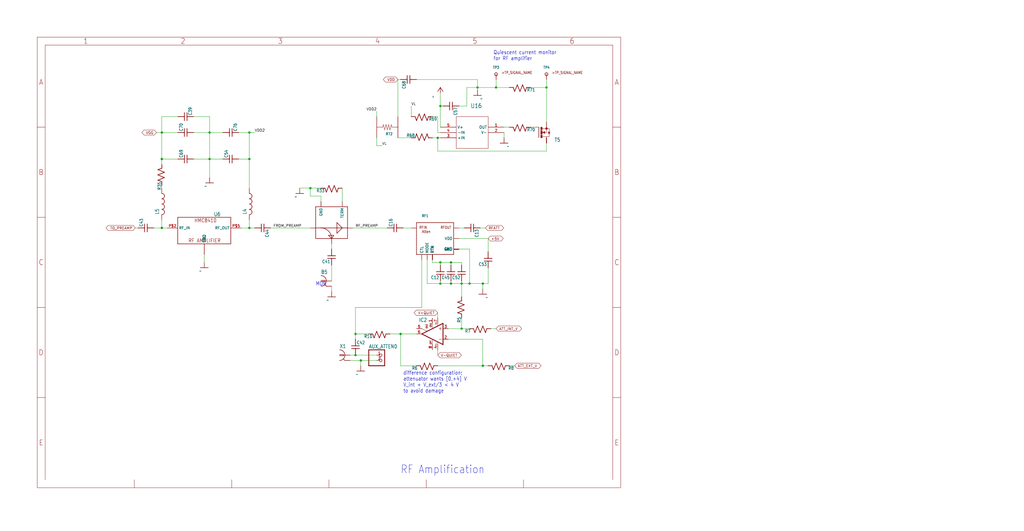
<source format=kicad_sch>
(kicad_sch (version 20211123) (generator eeschema)
  (paper "User" 490.22 254.406)
  (lib_symbols
    (symbol "aom_simple-eagle-import:+5V" (power)
      (property "Value" "+5V" (at -2.54 -5.08 90))
      (symbol "+5V_1_0"
        (polyline (pts (xy 0 0) (xy -1.27 -1.905)) (stroke (width 0.254)))
        (polyline (pts (xy 1.27 -1.905) (xy 0 0)) (stroke (width 0.254)))
        (pin power_in line (at 0 -2.54 90) (length 2.54) (name "+5V") (number "1"))
      )
    )
    (symbol "aom_simple-eagle-import:0402DF-XX"
      (property "Reference" "L" (at -1.27 -5.08 90))
      (property "Value" "0402DF-XX" (at 3.81 -5.08 90))
      (symbol "0402DF-XX_1_0"
        (arc (start 0 -5.08) (mid 0.898 -4.708) (end 1.27 -3.81) (stroke (width 0.254)))
        (arc (start 0 -2.54) (mid 0.898 -2.168) (end 1.27 -1.27) (stroke (width 0.254)))
        (arc (start 0 0) (mid 0.898 0.372) (end 1.27 1.27) (stroke (width 0.254)))
        (arc (start 0 2.54) (mid 0.898 2.912) (end 1.27 3.81) (stroke (width 0.254)))
        (arc (start 1.27 -3.81) (mid 0.898 -2.912) (end 0 -2.54) (stroke (width 0.254)))
        (arc (start 1.27 -1.27) (mid 0.898 -0.372) (end 0 0) (stroke (width 0.254)))
        (arc (start 1.27 1.27) (mid 0.898 2.168) (end 0 2.54) (stroke (width 0.254)))
        (arc (start 1.27 3.81) (mid 0.898 4.708) (end 0 5.08) (stroke (width 0.254)))
        (pin passive line (at 0 7.62 270) (length 2.54) (name "1") (number "1"))
        (pin passive line (at 0 -7.62 90) (length 2.54) (name "2") (number "2"))
      )
    )
    (symbol "aom_simple-eagle-import:5019"
      (property "Reference" "TP" (at 0 2.54 0))
      (symbol "5019_1_0"
        (circle (center 0 0) (radius 0.7184) (stroke (width 0.254)))
        (text ">TP_SIGNAL_NAME" (at 2.54 0 0) (effects (font (size 1.27 1.0795)) (justify left bottom)))
        (pin passive line (at 0 -2.54 90) (length 2.54) (name "TP") (number "P$1"))
      )
    )
    (symbol "aom_simple-eagle-import:ADC-10-4"
      (symbol "ADC-10-4_1_0"
        (arc (start 0 -5.08) (mid -1.4879 -1.4879) (end -5.08 0) (stroke (width 0.254)))
        (polyline (pts (xy -7.62 -5.08) (xy -7.62 0)) (stroke (width 0.254)))
        (polyline (pts (xy -7.62 0) (xy -7.62 10.16)) (stroke (width 0.254)))
        (polyline (pts (xy -7.62 0) (xy -5.08 0)) (stroke (width 0.254)))
        (polyline (pts (xy -7.62 10.16) (xy 7.62 10.16)) (stroke (width 0.254)))
        (polyline (pts (xy -5.08 0) (xy 5.08 0)) (stroke (width 0.254)))
        (polyline (pts (xy -1.524 -3.556) (xy 1.016 -3.556)) (stroke (width 0.254)))
        (polyline (pts (xy 0 -5.08) (xy -7.62 -5.08)) (stroke (width 0.254)))
        (polyline (pts (xy 0 -5.08) (xy -1.524 -3.556)) (stroke (width 0.254)))
        (polyline (pts (xy 1.016 -3.556) (xy 0 -5.08)) (stroke (width 0.254)))
        (polyline (pts (xy 2.54 -2.54) (xy 2.54 2.54)) (stroke (width 0.254)))
        (polyline (pts (xy 2.54 2.54) (xy 5.08 0)) (stroke (width 0.254)))
        (polyline (pts (xy 5.08 0) (xy 2.54 -2.54)) (stroke (width 0.254)))
        (polyline (pts (xy 5.08 0) (xy 7.62 0)) (stroke (width 0.254)))
        (polyline (pts (xy 7.62 -5.08) (xy 0 -5.08)) (stroke (width 0.254)))
        (polyline (pts (xy 7.62 0) (xy 7.62 -5.08)) (stroke (width 0.254)))
        (polyline (pts (xy 7.62 10.16) (xy 7.62 0)) (stroke (width 0.254)))
        (pin bidirectional line (at -10.16 0 0) (length 2.54) (name "IN") (number "P1"))
        (pin bidirectional line (at -5.08 12.7 270) (length 2.54) (name "GND") (number "P2"))
        (pin bidirectional line (at 0 -7.62 90) (length 2.54) (name "COUP") (number "P3"))
        (pin bidirectional line (at 5.08 12.7 270) (length 2.54) (name "TERM") (number "P4"))
        (pin bidirectional line (at 10.16 0 180) (length 2.54) (name "OUT") (number "P6"))
      )
    )
    (symbol "aom_simple-eagle-import:BNC-V"
      (property "Reference" "X" (at -2.54 3.302 0))
      (symbol "BNC-V_1_0"
        (arc (start -2.54 -2.54) (mid 0 0) (end -2.54 2.54) (stroke (width 0.254)))
        (polyline (pts (xy -2.54 0.254) (xy -0.762 0.254)) (stroke (width 0.254)))
        (polyline (pts (xy -0.762 -0.254) (xy -2.54 -0.254)) (stroke (width 0.254)))
        (polyline (pts (xy -0.762 0.254) (xy -0.508 0)) (stroke (width 0.254)))
        (polyline (pts (xy -0.508 0) (xy -0.762 -0.254)) (stroke (width 0.254)))
        (polyline (pts (xy 0 -2.54) (xy -0.762 -1.778)) (stroke (width 0.254)))
        (polyline (pts (xy 0 0) (xy -0.508 0)) (stroke (width 0.1524)))
        (pin passive line (at 2.54 0 180) (length 2.54) (name "1") (number "1"))
        (pin passive line (at 2.54 -2.54 180) (length 2.54) (name "2") (number "2"))
      )
    )
    (symbol "aom_simple-eagle-import:BSP89"
      (property "Reference" "T" (at 6.35 2.54 0))
      (property "Value" "BSP89" (at 6.35 0 0))
      (symbol "BSP89_1_0"
        (rectangle (start -0.254 -2.54) (end 0.508 -1.27) (fill (type outline)))
        (rectangle (start -0.254 -0.889) (end 0.508 0.889) (fill (type outline)))
        (rectangle (start -0.254 1.27) (end 0.508 2.54) (fill (type outline)))
        (polyline (pts (xy -1.1176 -2.54) (xy -2.54 -2.54)) (stroke (width 0.1524)))
        (polyline (pts (xy -1.1176 2.413) (xy -1.1176 -2.54)) (stroke (width 0.254)))
        (polyline (pts (xy 0.508 -1.905) (xy 2.54 -1.905)) (stroke (width 0.1524)))
        (polyline (pts (xy 1.651 0) (xy 2.54 0)) (stroke (width 0.1524)))
        (polyline (pts (xy 2.54 -1.905) (xy 2.54 -2.54)) (stroke (width 0.1524)))
        (polyline (pts (xy 2.54 0) (xy 2.54 -1.905)) (stroke (width 0.1524)))
        (polyline (pts (xy 2.54 1.905) (xy 0.5334 1.905)) (stroke (width 0.1524)))
        (polyline (pts (xy 2.54 2.54) (xy 2.54 1.905)) (stroke (width 0.1524)))
        (polyline (pts (xy 3.302 0.508) (xy 3.81 0.508)) (stroke (width 0.1524)))
        (polyline (pts (xy 3.81 -1.905) (xy 2.54 -1.905)) (stroke (width 0.1524)))
        (polyline (pts (xy 3.81 -1.905) (xy 3.81 -0.127)) (stroke (width 0.1524)))
        (polyline (pts (xy 3.81 0.508) (xy 3.81 1.905)) (stroke (width 0.1524)))
        (polyline (pts (xy 3.81 0.508) (xy 4.318 0.508)) (stroke (width 0.1524)))
        (polyline (pts (xy 3.81 1.905) (xy 2.54 1.905)) (stroke (width 0.1524)))
        (polyline (pts (xy 0.508 0) (xy 1.778 -0.508) (xy 1.778 0.508)) (fill (type outline)))
        (polyline (pts (xy 3.81 0.508) (xy 3.302 -0.254) (xy 4.318 -0.254)) (fill (type outline)))
        (circle (center 2.54 -1.905) (radius 0.127) (stroke (width 0.4064)))
        (pin passive line (at -2.54 -2.54 0) (length 0) (name "G") (number "1"))
        (pin passive line (at 2.54 5.08 270) (length 2.54) (name "D") (number "2"))
        (pin passive line (at 2.54 -5.08 90) (length 2.54) (name "S") (number "3"))
        (pin passive line (at 2.54 5.08 270) (length 2.54) (name "D") (number "4"))
      )
    )
    (symbol "aom_simple-eagle-import:C_MLCC_SMDCMLCC_0402"
      (property "Reference" "C" (at 0.5715 0.0635 0))
      (property "Value" "C_MLCC_SMDCMLCC_0402" (at 0.5715 -4.3815 0))
      (symbol "C_MLCC_SMDCMLCC_0402_1_0"
        (polyline (pts (xy -1.905 -1.905) (xy 0 -1.905)) (stroke (width 0.3048)))
        (polyline (pts (xy 0 -1.905) (xy 0 -5.08)) (stroke (width 0.3048)))
        (polyline (pts (xy 0 -1.905) (xy 1.905 -1.905)) (stroke (width 0.3048)))
        (polyline (pts (xy 0 -0.635) (xy -1.905 -0.635)) (stroke (width 0.3048)))
        (polyline (pts (xy 0 -0.635) (xy 0 2.54)) (stroke (width 0.3048)))
        (polyline (pts (xy 1.905 -0.635) (xy 0 -0.635)) (stroke (width 0.3048)))
        (pin passive line (at 0 2.54 270) (length 0) (name "1") (number "P$1"))
        (pin passive line (at 0 -5.08 90) (length 0) (name "2") (number "P$2"))
      )
    )
    (symbol "aom_simple-eagle-import:C_MLCC_SMDCMLCC_0603"
      (property "Reference" "C" (at 0.5715 0.0635 0))
      (property "Value" "C_MLCC_SMDCMLCC_0603" (at 0.5715 -4.3815 0))
      (symbol "C_MLCC_SMDCMLCC_0603_1_0"
        (polyline (pts (xy -1.905 -1.905) (xy 0 -1.905)) (stroke (width 0.3048)))
        (polyline (pts (xy 0 -1.905) (xy 0 -5.08)) (stroke (width 0.3048)))
        (polyline (pts (xy 0 -1.905) (xy 1.905 -1.905)) (stroke (width 0.3048)))
        (polyline (pts (xy 0 -0.635) (xy -1.905 -0.635)) (stroke (width 0.3048)))
        (polyline (pts (xy 0 -0.635) (xy 0 2.54)) (stroke (width 0.3048)))
        (polyline (pts (xy 1.905 -0.635) (xy 0 -0.635)) (stroke (width 0.3048)))
        (pin passive line (at 0 2.54 270) (length 0) (name "1") (number "P$1"))
        (pin passive line (at 0 -5.08 90) (length 0) (name "2") (number "P$2"))
      )
    )
    (symbol "aom_simple-eagle-import:C_MLCC_SMDCMLCC_1210"
      (property "Reference" "C" (at 0.5715 0.0635 0))
      (property "Value" "C_MLCC_SMDCMLCC_1210" (at 0.5715 -4.3815 0))
      (symbol "C_MLCC_SMDCMLCC_1210_1_0"
        (polyline (pts (xy -1.905 -1.905) (xy 0 -1.905)) (stroke (width 0.3048)))
        (polyline (pts (xy 0 -1.905) (xy 0 -5.08)) (stroke (width 0.3048)))
        (polyline (pts (xy 0 -1.905) (xy 1.905 -1.905)) (stroke (width 0.3048)))
        (polyline (pts (xy 0 -0.635) (xy -1.905 -0.635)) (stroke (width 0.3048)))
        (polyline (pts (xy 0 -0.635) (xy 0 2.54)) (stroke (width 0.3048)))
        (polyline (pts (xy 1.905 -0.635) (xy 0 -0.635)) (stroke (width 0.3048)))
        (pin passive line (at 0 2.54 270) (length 0) (name "1") (number "P$1"))
        (pin passive line (at 0 -5.08 90) (length 0) (name "2") (number "P$2"))
      )
    )
    (symbol "aom_simple-eagle-import:F2255"
      (property "Reference" "RF" (at -5.08 10.16 0))
      (property "Value" "F2255" (at -5.08 7.62 0))
      (symbol "F2255_1_0"
        (polyline (pts (xy -7.62 -7.62) (xy -7.62 7.62)) (stroke (width 0.254)))
        (polyline (pts (xy -7.62 7.62) (xy 10.16 7.62)) (stroke (width 0.254)))
        (polyline (pts (xy 10.16 -7.62) (xy -7.62 -7.62)) (stroke (width 0.254)))
        (polyline (pts (xy 10.16 7.62) (xy 10.16 -7.62)) (stroke (width 0.254)))
        (text "Atten" (at -5.08 2.54 0) (effects (font (size 1.27 1.0795)) (justify left bottom)))
        (text "RFIN" (at -6.35 4.572 0) (effects (font (size 1.27 1.0795)) (justify left bottom)))
        (text "RFOUT" (at 3.81 4.572 0) (effects (font (size 1.27 1.0795)) (justify left bottom)))
        (pin bidirectional line (at 12.7 -5.08 180) (length 2.54) (name "GND") (number "1"))
        (pin bidirectional line (at 12.7 5.08 180) (length 2.54) (name "RFOUT") (number "10"))
        (pin bidirectional line (at 12.7 -5.08 180) (length 2.54) (name "GND") (number "11"))
        (pin bidirectional line (at 12.7 -5.08 180) (length 2.54) (name "GND") (number "12"))
        (pin bidirectional line (at 12.7 -5.08 180) (length 2.54) (name "GND") (number "13"))
        (pin bidirectional line (at -5.08 -10.16 90) (length 2.54) (name "CTL") (number "14"))
        (pin bidirectional line (at 12.7 0 180) (length 2.54) (name "VDD") (number "15"))
        (pin bidirectional line (at -2.54 -10.16 90) (length 2.54) (name "MODE") (number "16"))
        (pin bidirectional line (at 12.7 -5.08 180) (length 2.54) (name "GND") (number "17"))
        (pin bidirectional line (at 12.7 -5.08 180) (length 2.54) (name "GND") (number "18"))
        (pin bidirectional line (at 12.7 -5.08 180) (length 2.54) (name "GND") (number "19"))
        (pin bidirectional line (at 12.7 -5.08 180) (length 2.54) (name "GND") (number "2"))
        (pin bidirectional line (at 12.7 -5.08 180) (length 2.54) (name "GND") (number "20"))
        (pin bidirectional line (at 12.7 -5.08 180) (length 2.54) (name "GND") (number "21"))
        (pin bidirectional line (at -10.16 5.08 0) (length 2.54) (name "RFIN") (number "3"))
        (pin bidirectional line (at 12.7 -5.08 180) (length 2.54) (name "GND") (number "4"))
        (pin bidirectional line (at 0 -10.16 90) (length 2.54) (name "RTN") (number "5"))
        (pin bidirectional line (at 0 -10.16 90) (length 2.54) (name "RTN") (number "6"))
        (pin bidirectional line (at 12.7 -5.08 180) (length 2.54) (name "GND") (number "7"))
        (pin bidirectional line (at 0 -10.16 90) (length 2.54) (name "RTN") (number "8"))
        (pin bidirectional line (at 12.7 -5.08 180) (length 2.54) (name "GND") (number "9"))
      )
    )
    (symbol "aom_simple-eagle-import:FRAME_A_L"
      (symbol "FRAME_A_L_0_0"
        (polyline (pts (xy 0 43.18) (xy 3.81 43.18)))
        (polyline (pts (xy 0 86.36) (xy 3.81 86.36)))
        (polyline (pts (xy 0 129.54) (xy 3.81 129.54)))
        (polyline (pts (xy 0 172.72) (xy 3.81 172.72)))
        (polyline (pts (xy 3.81 3.81) (xy 3.81 212.09)))
        (polyline (pts (xy 46.5667 0) (xy 46.5667 3.81)))
        (polyline (pts (xy 93.1333 0) (xy 93.1333 3.81)))
        (polyline (pts (xy 139.7 0) (xy 139.7 3.81)))
        (polyline (pts (xy 186.2667 0) (xy 186.2667 3.81)))
        (polyline (pts (xy 232.8333 0) (xy 232.8333 3.81)))
        (polyline (pts (xy 275.59 3.81) (xy 275.59 212.09)))
        (polyline (pts (xy 275.59 43.18) (xy 279.4 43.18)))
        (polyline (pts (xy 275.59 86.36) (xy 279.4 86.36)))
        (polyline (pts (xy 275.59 129.54) (xy 279.4 129.54)))
        (polyline (pts (xy 275.59 172.72) (xy 279.4 172.72)))
        (polyline (pts (xy 275.59 212.09) (xy 3.81 212.09)))
        (polyline (pts (xy 0 0) (xy 279.4 0) (xy 279.4 215.9) (xy 0 215.9) (xy 0 0)))
        (text "1" (at 23.2833 213.995 0) (effects (font (size 2.54 2.286))))
        (text "2" (at 69.85 213.995 0) (effects (font (size 2.54 2.286))))
        (text "3" (at 116.4167 213.995 0) (effects (font (size 2.54 2.286))))
        (text "4" (at 162.9833 213.995 0) (effects (font (size 2.54 2.286))))
        (text "5" (at 209.55 213.995 0) (effects (font (size 2.54 2.286))))
        (text "6" (at 256.1167 213.995 0) (effects (font (size 2.54 2.286))))
        (text "A" (at 1.905 194.31 0) (effects (font (size 2.54 2.286))))
        (text "A" (at 277.495 194.31 0) (effects (font (size 2.54 2.286))))
        (text "B" (at 1.905 151.13 0) (effects (font (size 2.54 2.286))))
        (text "B" (at 277.495 151.13 0) (effects (font (size 2.54 2.286))))
        (text "C" (at 1.905 107.95 0) (effects (font (size 2.54 2.286))))
        (text "C" (at 277.495 107.95 0) (effects (font (size 2.54 2.286))))
        (text "D" (at 1.905 64.77 0) (effects (font (size 2.54 2.286))))
        (text "D" (at 277.495 64.77 0) (effects (font (size 2.54 2.286))))
        (text "E" (at 1.905 21.59 0) (effects (font (size 2.54 2.286))))
        (text "E" (at 277.495 21.59 0) (effects (font (size 2.54 2.286))))
      )
      (symbol "FRAME_A_L_2_0"
        (polyline (pts (xy 0 0) (xy 0 5.08)) (stroke (width 0.1016)))
        (polyline (pts (xy 0 0) (xy 71.12 0)) (stroke (width 0.1016)))
        (polyline (pts (xy 0 5.08) (xy 0 15.24)) (stroke (width 0.1016)))
        (polyline (pts (xy 0 5.08) (xy 71.12 5.08)) (stroke (width 0.1016)))
        (polyline (pts (xy 0 15.24) (xy 0 22.86)) (stroke (width 0.1016)))
        (polyline (pts (xy 0 22.86) (xy 0 35.56)) (stroke (width 0.1016)))
        (polyline (pts (xy 0 22.86) (xy 101.6 22.86)) (stroke (width 0.1016)))
        (polyline (pts (xy 71.12 0) (xy 101.6 0)) (stroke (width 0.1016)))
        (polyline (pts (xy 71.12 5.08) (xy 71.12 0)) (stroke (width 0.1016)))
        (polyline (pts (xy 71.12 5.08) (xy 87.63 5.08)) (stroke (width 0.1016)))
        (polyline (pts (xy 87.63 5.08) (xy 101.6 5.08)) (stroke (width 0.1016)))
        (polyline (pts (xy 87.63 15.24) (xy 0 15.24)) (stroke (width 0.1016)))
        (polyline (pts (xy 87.63 15.24) (xy 87.63 5.08)) (stroke (width 0.1016)))
        (polyline (pts (xy 101.6 5.08) (xy 101.6 0)) (stroke (width 0.1016)))
        (polyline (pts (xy 101.6 15.24) (xy 87.63 15.24)) (stroke (width 0.1016)))
        (polyline (pts (xy 101.6 15.24) (xy 101.6 5.08)) (stroke (width 0.1016)))
        (polyline (pts (xy 101.6 22.86) (xy 101.6 15.24)) (stroke (width 0.1016)))
        (polyline (pts (xy 101.6 35.56) (xy 0 35.56)) (stroke (width 0.1016)))
        (polyline (pts (xy 101.6 35.56) (xy 101.6 22.86)) (stroke (width 0.1016)))
        (text ">DRAWING_NAME" (at 17.78 19.05 0) (effects (font (size 2.54 2.159)) (justify left bottom)))
        (text ">LAST_DATE_TIME" (at 12.7 1.27 0) (effects (font (size 2.54 2.159)) (justify left bottom)))
        (text ">SHEET" (at 86.36 1.27 0) (effects (font (size 2.54 2.159)) (justify left bottom)))
        (text "Date:" (at 1.27 1.27 0) (effects (font (size 2.54 2.159)) (justify left bottom)))
        (text "Document Number:" (at 1.27 11.43 0) (effects (font (size 2.54 2.159)) (justify left bottom)))
        (text "REV:" (at 88.9 11.43 0) (effects (font (size 2.54 2.159)) (justify left bottom)))
        (text "Sheet:" (at 72.39 1.27 0) (effects (font (size 2.54 2.159)) (justify left bottom)))
        (text "TITLE:" (at 1.27 19.05 0) (effects (font (size 2.54 2.159)) (justify left bottom)))
      )
    )
    (symbol "aom_simple-eagle-import:GND" (power)
      (property "Value" "GND" (at -2.54 -2.54 0))
      (symbol "GND_1_0"
        (polyline (pts (xy -1.905 0) (xy 1.905 0)) (stroke (width 0.254)))
        (pin power_in line (at 0 2.54 270) (length 2.54) (name "GND") (number "1"))
      )
    )
    (symbol "aom_simple-eagle-import:HMC8410"
      (property "Reference" "U" (at 4.572 5.588 0))
      (symbol "HMC8410_1_0"
        (polyline (pts (xy -12.7 -7.62) (xy -12.7 5.08)) (stroke (width 0.254)))
        (polyline (pts (xy -12.7 5.08) (xy 12.7 5.08)) (stroke (width 0.254)))
        (polyline (pts (xy 12.7 -7.62) (xy -12.7 -7.62)) (stroke (width 0.254)))
        (polyline (pts (xy 12.7 5.08) (xy 12.7 -7.62)) (stroke (width 0.254)))
        (text "HMC8410" (at -4.826 2.54 0) (effects (font (size 1.778 1.5113)) (justify left bottom)))
        (text "RF AMPLIFIER" (at -7.62 -7.112 0) (effects (font (size 1.778 1.5113)) (justify left bottom)))
        (pin bidirectional line (at 0 -12.7 90) (length 5.08) (name "GND") (number "P$1"))
        (pin bidirectional line (at -17.78 0 0) (length 5.08) (name "RF_IN") (number "P$2"))
        (pin bidirectional line (at 0 -12.7 90) (length 5.08) (name "GND") (number "P$3"))
        (pin bidirectional line (at 0 -12.7 90) (length 5.08) (name "GND") (number "P$4"))
        (pin bidirectional line (at 17.78 0 180) (length 5.08) (name "RF_OUT") (number "P$5"))
        (pin bidirectional line (at 0 -12.7 90) (length 5.08) (name "GND") (number "P$6"))
        (pin bidirectional line (at 0 -12.7 90) (length 5.08) (name "GND") (number "P$7"))
      )
    )
    (symbol "aom_simple-eagle-import:LT6015HS5"
      (property "Reference" "U" (at -4.7244 11.6586 0))
      (property "Value" "LT6015HS5" (at -5.3594 9.1186 0))
      (symbol "LT6015HS5_1_0"
        (polyline (pts (xy -7.62 -7.62) (xy 7.62 -7.62)) (stroke (width 0.1524)))
        (polyline (pts (xy -7.62 7.62) (xy -7.62 -7.62)) (stroke (width 0.1524)))
        (polyline (pts (xy 7.62 -7.62) (xy 7.62 7.62)) (stroke (width 0.1524)))
        (polyline (pts (xy 7.62 7.62) (xy -7.62 7.62)) (stroke (width 0.1524)))
        (pin output line (at -15.24 2.54 0) (length 7.62) (name "OUT") (number "1"))
        (pin power_in line (at -15.24 0 0) (length 7.62) (name "V-") (number "2"))
        (pin input line (at 15.24 -2.54 180) (length 7.62) (name "+IN") (number "3"))
        (pin input line (at 15.24 0 180) (length 7.62) (name "-IN") (number "4"))
        (pin power_in line (at 15.24 2.54 180) (length 7.62) (name "V+") (number "5"))
      )
    )
    (symbol "aom_simple-eagle-import:OPAMP-SO"
      (property "Reference" "IC" (at 5.08 5.715 0))
      (property "Value" "OPAMP-SO" (at 5.08 -5.08 0))
      (symbol "OPAMP-SO_1_0"
        (polyline (pts (xy -2.54 -5.08) (xy 7.62 0)) (stroke (width 0.4064)))
        (polyline (pts (xy -2.54 5.08) (xy -2.54 -5.08)) (stroke (width 0.4064)))
        (polyline (pts (xy -1.905 -2.54) (xy -0.635 -2.54)) (stroke (width 0.1524)))
        (polyline (pts (xy -1.905 2.54) (xy -0.635 2.54)) (stroke (width 0.1524)))
        (polyline (pts (xy -1.27 3.175) (xy -1.27 1.905)) (stroke (width 0.1524)))
        (polyline (pts (xy 0 -3.9116) (xy 0 -5.08)) (stroke (width 0.1524)))
        (polyline (pts (xy 0 5.08) (xy 0 3.8862)) (stroke (width 0.1524)))
        (polyline (pts (xy 2.54 -2.6162) (xy 2.54 -5.08)) (stroke (width 0.1524)))
        (polyline (pts (xy 2.54 5.0546) (xy 2.54 2.6162)) (stroke (width 0.1524)))
        (polyline (pts (xy 7.62 0) (xy -2.54 5.08)) (stroke (width 0.4064)))
        (polyline (pts (xy 7.62 2.54) (xy 5.1562 1.3208)) (stroke (width 0.1524)))
        (text "ON1" (at 3.81 3.175 900) (effects (font (size 0.8128 0.6908)) (justify left bottom)))
        (text "ON2" (at 5.715 2.54 900) (effects (font (size 0.8128 0.6908)) (justify left bottom)))
        (text "OPT" (at 3.81 -5.08 900) (effects (font (size 0.8128 0.6908)) (justify left bottom)))
        (text "V+" (at 1.27 4.445 900) (effects (font (size 0.8128 0.6908)) (justify left bottom)))
        (text "V-" (at 1.27 -5.715 900) (effects (font (size 0.8128 0.6908)) (justify left bottom)))
        (pin passive line (at 2.54 7.62 270) (length 2.54) (name "ON1") (number "1"))
        (pin input line (at -5.08 -2.54 0) (length 2.54) (name "-IN") (number "2"))
        (pin input line (at -5.08 2.54 0) (length 2.54) (name "+IN") (number "3"))
        (pin power_in line (at 0 -7.62 90) (length 2.54) (name "V-") (number "4"))
        (pin passive line (at 10.16 2.54 180) (length 2.54) (name "ON2") (number "5"))
        (pin output line (at 10.16 0 180) (length 2.54) (name "OUT") (number "6"))
        (pin power_in line (at 0 7.62 270) (length 2.54) (name "V+") (number "7"))
        (pin passive line (at 2.54 -7.62 90) (length 2.54) (name "OPT") (number "8"))
      )
    )
    (symbol "aom_simple-eagle-import:PINHD-1X2"
      (property "Reference" "JP" (at -6.35 5.715 0))
      (property "Value" "PINHD-1X2" (at -6.35 -5.08 0))
      (symbol "PINHD-1X2_1_0"
        (polyline (pts (xy -6.35 -2.54) (xy 1.27 -2.54)) (stroke (width 0.4064)))
        (polyline (pts (xy -6.35 5.08) (xy -6.35 -2.54)) (stroke (width 0.4064)))
        (polyline (pts (xy 1.27 -2.54) (xy 1.27 5.08)) (stroke (width 0.4064)))
        (polyline (pts (xy 1.27 5.08) (xy -6.35 5.08)) (stroke (width 0.4064)))
        (pin passive inverted (at -2.54 2.54 0) (length 2.54) (name "1") (number "1"))
        (pin passive inverted (at -2.54 0 0) (length 2.54) (name "2") (number "2"))
      )
    )
    (symbol "aom_simple-eagle-import:RES_KELVIN"
      (property "Reference" "R" (at -2.54 2.54 0))
      (property "Value" "RES_KELVIN" (at -2.54 -3.81 0))
      (symbol "RES_KELVIN_1_0"
        (polyline (pts (xy -2.2225 0) (xy -5.08 0)) (stroke (width 0.1524)))
        (polyline (pts (xy -1.905 -1.27) (xy -2.2225 0)) (stroke (width 0.1524)))
        (polyline (pts (xy -1.905 -1.27) (xy -1.27 1.27)) (stroke (width 0.1524)))
        (polyline (pts (xy -0.635 -1.27) (xy -1.27 1.27)) (stroke (width 0.1524)))
        (polyline (pts (xy -0.635 -1.27) (xy 0 1.27)) (stroke (width 0.1524)))
        (polyline (pts (xy 0 1.27) (xy 0.635 -1.27)) (stroke (width 0.1524)))
        (polyline (pts (xy 0.635 -1.27) (xy 1.27 1.27)) (stroke (width 0.1524)))
        (polyline (pts (xy 1.27 1.27) (xy 1.905 -1.27)) (stroke (width 0.1524)))
        (polyline (pts (xy 1.905 -1.27) (xy 2.2225 0)) (stroke (width 0.1524)))
        (polyline (pts (xy 2.2225 0) (xy 5.08 0)) (stroke (width 0.1524)))
        (pin passive line (at -5.08 5.08 270) (length 5.08) (name "V$1") (number "P$1"))
        (pin passive line (at 5.08 5.08 270) (length 5.08) (name "V$2") (number "P$2"))
        (pin passive line (at -5.08 -5.08 90) (length 5.08) (name "I$1") (number "P$3"))
        (pin passive line (at 5.08 -5.08 90) (length 5.08) (name "I$2") (number "P$4"))
      )
    )
    (symbol "aom_simple-eagle-import:R_SMDR0402"
      (property "Reference" "R" (at -7.3025 0.3175 0))
      (property "Value" "R_SMDR0402" (at 3.3338 0.3175 0))
      (symbol "R_SMDR0402_1_0"
        (polyline (pts (xy -3.175 0) (xy -5.08 0)) (stroke (width 0.3048)))
        (polyline (pts (xy -2.54 1.905) (xy -3.175 0)) (stroke (width 0.3048)))
        (polyline (pts (xy -2.54 1.905) (xy -1.27 -1.27)) (stroke (width 0.3048)))
        (polyline (pts (xy -1.27 -1.27) (xy 0 1.905)) (stroke (width 0.3048)))
        (polyline (pts (xy 0 1.905) (xy 1.27 -1.27)) (stroke (width 0.3048)))
        (polyline (pts (xy 1.27 -1.27) (xy 2.54 1.905)) (stroke (width 0.3048)))
        (polyline (pts (xy 2.54 1.905) (xy 3.175 0)) (stroke (width 0.3048)))
        (polyline (pts (xy 3.175 0) (xy 5.08 0)) (stroke (width 0.3048)))
        (pin passive line (at -5.08 0 0) (length 0) (name "1") (number "P$1"))
        (pin passive line (at 5.08 0 180) (length 0) (name "2") (number "P$2"))
      )
    )
    (symbol "aom_simple-eagle-import:R_SMDR0603"
      (property "Reference" "R" (at -7.3025 0.3175 0))
      (property "Value" "R_SMDR0603" (at 3.3338 0.3175 0))
      (symbol "R_SMDR0603_1_0"
        (polyline (pts (xy -3.175 0) (xy -5.08 0)) (stroke (width 0.3048)))
        (polyline (pts (xy -2.54 1.905) (xy -3.175 0)) (stroke (width 0.3048)))
        (polyline (pts (xy -2.54 1.905) (xy -1.27 -1.27)) (stroke (width 0.3048)))
        (polyline (pts (xy -1.27 -1.27) (xy 0 1.905)) (stroke (width 0.3048)))
        (polyline (pts (xy 0 1.905) (xy 1.27 -1.27)) (stroke (width 0.3048)))
        (polyline (pts (xy 1.27 -1.27) (xy 2.54 1.905)) (stroke (width 0.3048)))
        (polyline (pts (xy 2.54 1.905) (xy 3.175 0)) (stroke (width 0.3048)))
        (polyline (pts (xy 3.175 0) (xy 5.08 0)) (stroke (width 0.3048)))
        (pin passive line (at -5.08 0 0) (length 0) (name "1") (number "P$1"))
        (pin passive line (at 5.08 0 180) (length 0) (name "2") (number "P$2"))
      )
    )
    (symbol "aom_simple-eagle-import:UMC"
      (property "Reference" "X" (at -2.54 3.302 0))
      (symbol "UMC_1_0"
        (arc (start -2.54 -2.54) (mid 0 0) (end -2.54 2.54) (stroke (width 0.254)))
        (polyline (pts (xy -2.54 0.254) (xy -0.762 0.254)) (stroke (width 0.254)))
        (polyline (pts (xy -0.762 -0.254) (xy -2.54 -0.254)) (stroke (width 0.254)))
        (polyline (pts (xy -0.762 0.254) (xy -0.508 0)) (stroke (width 0.254)))
        (polyline (pts (xy -0.508 0) (xy -0.762 -0.254)) (stroke (width 0.254)))
        (polyline (pts (xy 0 -2.54) (xy -0.762 -1.778)) (stroke (width 0.254)))
        (polyline (pts (xy 0 0) (xy -0.508 0)) (stroke (width 0.1524)))
        (pin passive line (at 2.54 0 180) (length 2.54) (name "1") (number "P$1"))
        (pin passive line (at 2.54 -2.54 180) (length 2.54) (name "2") (number "P$2"))
        (pin passive line (at 2.54 -2.54 180) (length 2.54) (name "2") (number "P$3"))
      )
    )
  )
  (junction (at 77.47 76.2))
  (junction (at 231.14 175.26))
  (junction (at 261.62 41.91))
  (junction (at 210.82 135.89))
  (junction (at 170.18 170.18))
  (junction (at 220.98 157.48))
  (junction (at 215.9 135.89))
  (junction (at 119.38 109.22))
  (junction (at 119.38 63.5))
  (junction (at 100.33 63.5))
  (junction (at 77.47 63.5))
  (junction (at 231.14 135.89))
  (junction (at 148.59 90.17))
  (junction (at 210.82 125.73))
  (junction (at 119.38 76.2))
  (junction (at 220.98 135.89))
  (junction (at 170.18 160.02))
  (junction (at 228.6 41.91))
  (junction (at 191.77 160.02))
  (junction (at 224.79 135.89))
  (junction (at 237.49 41.91))
  (junction (at 77.47 109.22))
  (junction (at 210.82 50.8))
  (junction (at 100.33 76.2))
  (junction (at 215.9 125.73))
  (junction (at 172.72 172.72))
  (junction (at 209.55 66.04))
  (wire (pts (xy 199.39 175.26) (xy 191.77 175.26)))
  (wire (pts (xy 92.71 55.88) (xy 100.33 55.88)))
  (wire (pts (xy 180.34 55.88) (xy 180.34 53.34)))
  (wire (pts (xy 163.83 96.52) (xy 163.83 90.17)))
  (wire (pts (xy 170.18 160.02) (xy 170.18 147.32)))
  (wire (pts (xy 190.5 55.88) (xy 190.5 38.1)))
  (wire (pts (xy 115.57 109.22) (xy 119.38 109.22)))
  (wire (pts (xy 210.82 134.62) (xy 210.82 135.89)))
  (wire (pts (xy 168.91 109.22) (xy 185.42 109.22)))
  (wire (pts (xy 77.47 55.88) (xy 85.09 55.88)))
  (wire (pts (xy 201.93 147.32) (xy 201.93 124.46)))
  (wire (pts (xy 158.75 119.38) (xy 158.75 116.84)))
  (wire (pts (xy 176.53 160.02) (xy 170.18 160.02)))
  (wire (pts (xy 191.77 160.02) (xy 199.39 160.02)))
  (wire (pts (xy 254 60.96) (xy 256.54 60.96)))
  (wire (pts (xy 119.38 76.2) (xy 119.38 90.17)))
  (wire (pts (xy 186.69 160.02) (xy 191.77 160.02)))
  (wire (pts (xy 215.9 135.89) (xy 220.98 135.89)))
  (wire (pts (xy 228.6 41.91) (xy 237.49 41.91)))
  (wire (pts (xy 204.47 135.89) (xy 210.82 135.89)))
  (wire (pts (xy 209.55 63.5) (xy 210.82 63.5)))
  (wire (pts (xy 210.82 127) (xy 210.82 125.73)))
  (wire (pts (xy 167.64 170.18) (xy 170.18 170.18)))
  (wire (pts (xy 223.52 41.91) (xy 228.6 41.91)))
  (wire (pts (xy 215.9 135.89) (xy 215.9 134.62)))
  (wire (pts (xy 215.9 125.73) (xy 220.98 125.73)))
  (wire (pts (xy 64.77 109.22) (xy 66.04 109.22)))
  (wire (pts (xy 180.34 66.04) (xy 180.34 69.85)))
  (wire (pts (xy 170.18 162.56) (xy 170.18 160.02)))
  (wire (pts (xy 220.98 152.4) (xy 220.98 157.48)))
  (wire (pts (xy 210.82 125.73) (xy 215.9 125.73)))
  (wire (pts (xy 114.3 76.2) (xy 119.38 76.2)))
  (wire (pts (xy 209.55 152.4) (xy 209.55 149.86)))
  (wire (pts (xy 100.33 76.2) (xy 100.33 85.09)))
  (wire (pts (xy 100.33 55.88) (xy 100.33 63.5)))
  (wire (pts (xy 153.67 90.17) (xy 148.59 90.17)))
  (wire (pts (xy 223.52 50.8) (xy 223.52 41.91)))
  (wire (pts (xy 233.68 135.89) (xy 233.68 128.27)))
  (wire (pts (xy 180.34 170.18) (xy 170.18 170.18)))
  (wire (pts (xy 167.64 172.72) (xy 172.72 172.72)))
  (wire (pts (xy 234.95 157.48) (xy 237.49 157.48)))
  (wire (pts (xy 243.84 175.26) (xy 246.38 175.26)))
  (wire (pts (xy 261.62 41.91) (xy 261.62 58.42)))
  (wire (pts (xy 77.47 63.5) (xy 74.93 63.5)))
  (wire (pts (xy 77.47 109.22) (xy 80.01 109.22)))
  (wire (pts (xy 209.55 55.88) (xy 209.55 63.5)))
  (wire (pts (xy 148.59 90.17) (xy 148.59 93.98)))
  (wire (pts (xy 215.9 127) (xy 215.9 125.73)))
  (wire (pts (xy 77.47 63.5) (xy 77.47 76.2)))
  (wire (pts (xy 100.33 76.2) (xy 106.68 76.2)))
  (wire (pts (xy 237.49 41.91) (xy 243.84 41.91)))
  (wire (pts (xy 158.75 127) (xy 158.75 134.62)))
  (wire (pts (xy 210.82 50.8) (xy 212.09 50.8)))
  (wire (pts (xy 210.82 44.45) (xy 210.82 50.8)))
  (wire (pts (xy 114.3 63.5) (xy 119.38 63.5)))
  (wire (pts (xy 219.71 109.22) (xy 222.25 109.22)))
  (wire (pts (xy 241.3 60.96) (xy 243.84 60.96)))
  (wire (pts (xy 153.67 93.98) (xy 153.67 96.52)))
  (wire (pts (xy 220.98 142.24) (xy 220.98 135.89)))
  (wire (pts (xy 77.47 109.22) (xy 77.47 105.41)))
  (wire (pts (xy 190.5 66.04) (xy 196.85 66.04)))
  (wire (pts (xy 220.98 135.89) (xy 220.98 134.62)))
  (wire (pts (xy 210.82 50.8) (xy 210.82 60.96)))
  (wire (pts (xy 237.49 38.1) (xy 237.49 41.91)))
  (wire (pts (xy 191.77 175.26) (xy 191.77 160.02)))
  (wire (pts (xy 190.5 38.1) (xy 191.77 38.1)))
  (wire (pts (xy 209.55 167.64) (xy 209.55 170.18)))
  (wire (pts (xy 214.63 162.56) (xy 231.14 162.56)))
  (wire (pts (xy 228.6 38.1) (xy 228.6 41.91)))
  (wire (pts (xy 231.14 162.56) (xy 231.14 175.26)))
  (wire (pts (xy 209.55 72.39) (xy 209.55 66.04)))
  (wire (pts (xy 77.47 63.5) (xy 77.47 55.88)))
  (wire (pts (xy 214.63 157.48) (xy 220.98 157.48)))
  (wire (pts (xy 210.82 66.04) (xy 209.55 66.04)))
  (wire (pts (xy 219.71 119.38) (xy 224.79 119.38)))
  (wire (pts (xy 207.01 124.46) (xy 207.01 125.73)))
  (wire (pts (xy 209.55 175.26) (xy 231.14 175.26)))
  (wire (pts (xy 229.87 109.22) (xy 232.41 109.22)))
  (wire (pts (xy 73.66 109.22) (xy 77.47 109.22)))
  (wire (pts (xy 207.01 125.73) (xy 210.82 125.73)))
  (wire (pts (xy 196.85 55.88) (xy 196.85 50.8)))
  (wire (pts (xy 224.79 135.89) (xy 231.14 135.89)))
  (wire (pts (xy 261.62 68.58) (xy 261.62 72.39)))
  (wire (pts (xy 148.59 90.17) (xy 143.51 90.17)))
  (wire (pts (xy 254 41.91) (xy 261.62 41.91)))
  (wire (pts (xy 172.72 172.72) (xy 172.72 175.26)))
  (wire (pts (xy 241.3 63.5) (xy 241.3 66.04)))
  (wire (pts (xy 85.09 63.5) (xy 77.47 63.5)))
  (wire (pts (xy 210.82 135.89) (xy 215.9 135.89)))
  (wire (pts (xy 220.98 157.48) (xy 224.79 157.48)))
  (wire (pts (xy 77.47 78.74) (xy 77.47 76.2)))
  (wire (pts (xy 100.33 76.2) (xy 100.33 63.5)))
  (wire (pts (xy 119.38 109.22) (xy 119.38 105.41)))
  (wire (pts (xy 97.79 125.73) (xy 97.79 121.92)))
  (wire (pts (xy 228.6 41.91) (xy 228.6 43.18)))
  (wire (pts (xy 261.62 72.39) (xy 209.55 72.39)))
  (wire (pts (xy 119.38 63.5) (xy 119.38 76.2)))
  (wire (pts (xy 193.04 109.22) (xy 196.85 109.22)))
  (wire (pts (xy 180.34 172.72) (xy 172.72 172.72)))
  (wire (pts (xy 180.34 69.85) (xy 182.88 69.85)))
  (wire (pts (xy 231.14 175.26) (xy 233.68 175.26)))
  (wire (pts (xy 119.38 63.5) (xy 121.92 63.5)))
  (wire (pts (xy 119.38 109.22) (xy 121.92 109.22)))
  (wire (pts (xy 231.14 135.89) (xy 231.14 138.43)))
  (wire (pts (xy 233.68 114.3) (xy 219.71 114.3)))
  (wire (pts (xy 207.01 55.88) (xy 209.55 55.88)))
  (wire (pts (xy 199.39 38.1) (xy 228.6 38.1)))
  (wire (pts (xy 170.18 147.32) (xy 201.93 147.32)))
  (wire (pts (xy 100.33 63.5) (xy 92.71 63.5)))
  (wire (pts (xy 231.14 135.89) (xy 233.68 135.89)))
  (wire (pts (xy 204.47 124.46) (xy 204.47 135.89)))
  (wire (pts (xy 158.75 137.16) (xy 158.75 139.7)))
  (wire (pts (xy 219.71 50.8) (xy 223.52 50.8)))
  (wire (pts (xy 92.71 76.2) (xy 100.33 76.2)))
  (wire (pts (xy 148.59 93.98) (xy 153.67 93.98)))
  (wire (pts (xy 77.47 88.9) (xy 77.47 90.17)))
  (wire (pts (xy 129.54 109.22) (xy 148.59 109.22)))
  (wire (pts (xy 220.98 125.73) (xy 220.98 127)))
  (wire (pts (xy 77.47 76.2) (xy 85.09 76.2)))
  (wire (pts (xy 233.68 120.65) (xy 233.68 114.3)))
  (wire (pts (xy 224.79 119.38) (xy 224.79 135.89)))
  (wire (pts (xy 220.98 135.89) (xy 224.79 135.89)))
  (wire (pts (xy 261.62 41.91) (xy 261.62 38.1)))
  (wire (pts (xy 209.55 66.04) (xy 207.01 66.04)))
  (wire (pts (xy 100.33 63.5) (xy 106.68 63.5)))
  (text "RF Amplification" (at 191.77 227.33 180) (effects (font (size 3.81 3.2385)) (justify left bottom)))
  (text "difference configuration;\nattenuator wants [0,+4] V\nV_int + V_ext/3 < 4 V\nto avoid damage" (at 193.04 177.8 0) (effects (font (size 1.778 1.5113)) (justify left top)))
  (text "Quiescent current monitor\nfor RF amplifier" (at 236.22 29.21 180) (effects (font (size 1.778 1.5113)) (justify left bottom)))
  (text "MON" (at 151.13 137.16 180) (effects (font (size 1.778 1.5113)) (justify left bottom)))
  (label "VDD2" (at 180.34 53.34 180) (effects (font (size 1.2446 1.2446))))
  (label "VL" (at 196.85 50.8 0) (effects (font (size 1.2446 1.2446))))
  (label "FROM_PREAMP" (at 130.81 109.22 0) (effects (font (size 1.2446 1.2446))))
  (label "VL" (at 182.88 69.85 0) (effects (font (size 1.2446 1.2446))))
  (label "VDD2" (at 121.92 63.5 0) (effects (font (size 1.2446 1.2446))))
  (label "RF_PREAMP" (at 170.18 109.22 0) (effects (font (size 1.2446 1.2446))))
  (global_label "VGG" (shape bidirectional) (at 74.93 63.5 180) (effects (font (size 1.2446 1.2446))) (property "Intersheet References" "${INTERSHEET_REFS}" (effects hide)))
  (global_label "RFATT" (shape bidirectional) (at 232.41 109.22 0) (effects (font (size 1.2446 1.2446))) (property "Intersheet References" "${INTERSHEET_REFS}" (effects hide)))
  (global_label "V+QUIET" (shape bidirectional) (at 209.55 149.86 180) (effects (font (size 1.2446 1.2446))) (property "Intersheet References" "${INTERSHEET_REFS}" (effects hide)))
  (global_label "V-QUIET" (shape bidirectional) (at 209.55 170.18 0) (effects (font (size 1.2446 1.2446))) (property "Intersheet References" "${INTERSHEET_REFS}" (effects hide)))
  (global_label "TO_PREAMP" (shape bidirectional) (at 64.77 109.22 180) (effects (font (size 1.2446 1.2446))) (property "Intersheet References" "${INTERSHEET_REFS}" (effects hide)))
  (global_label "VDD" (shape bidirectional) (at 190.5 38.1 180) (effects (font (size 1.2446 1.2446))) (property "Intersheet References" "${INTERSHEET_REFS}" (effects hide)))
  (global_label "+5V" (shape bidirectional) (at 233.68 114.3 0) (effects (font (size 1.2446 1.2446))) (property "Intersheet References" "${INTERSHEET_REFS}" (effects hide)))
  (global_label "ATT_EXT_V" (shape bidirectional) (at 246.38 175.26 0) (effects (font (size 1.2446 1.2446))) (property "Intersheet References" "${INTERSHEET_REFS}" (effects hide)))
  (global_label "ATT_INT_V" (shape bidirectional) (at 237.49 157.48 0) (effects (font (size 1.2446 1.2446))) (property "Intersheet References" "${INTERSHEET_REFS}" (effects hide)))
  (symbol (lib_id "aom_simple-eagle-import:UMC") (at 165.1 170.18 0) (unit 1)
    (property "Reference" "X1" (at 162.56 166.878 0) (effects (font (size 1.778 1.5113)) (justify left bottom)))
  )
  (symbol (lib_id "aom_simple-eagle-import:ADC-10-4") (at 158.75 109.22 0) (unit 1)
    (property "Reference" "RF5" (effects hide))
  )
  (symbol (lib_id "aom_simple-eagle-import:R_SMDR0603") (at 201.93 55.88 180) (unit 1)
    (property "Reference" "R69" (at 209.2325 56.1975 0) (effects (font (size 1.524 1.2954)) (justify left bottom)))
  )
  (symbol (lib_id "aom_simple-eagle-import:GND") (at 143.51 92.71 0) (unit 1)
    (property "Reference" "#GND45" (effects hide))
  )
  (symbol (lib_id "aom_simple-eagle-import:R_SMDR0603") (at 158.75 90.17 0) (mirror x) (unit 1)
    (property "Reference" "R33" (at 151.4475 90.4875 0) (effects (font (size 1.524 1.2954)) (justify left bottom)))
  )
  (symbol (lib_id "aom_simple-eagle-import:0402DF-XX") (at 119.38 97.79 0) (unit 1)
    (property "Reference" "L4" (at 118.11 102.87 90) (effects (font (size 1.778 1.5113)) (justify left bottom)))
  )
  (symbol (lib_id "aom_simple-eagle-import:C_MLCC_SMDCMLCC_0603") (at 87.63 76.2 90) (unit 1)
    (property "Reference" "C69" (at 87.5665 75.6285 0) (effects (font (size 1.524 1.2954)) (justify left bottom)))
  )
  (symbol (lib_id "aom_simple-eagle-import:C_MLCC_SMDCMLCC_0603") (at 215.9 132.08 180) (unit 1)
    (property "Reference" "C45" (at 215.3285 132.1435 0) (effects (font (size 1.524 1.2954)) (justify left bottom)))
  )
  (symbol (lib_id "aom_simple-eagle-import:R_SMDR0603") (at 238.76 175.26 180) (unit 1)
    (property "Reference" "R8" (at 246.0625 175.5775 0) (effects (font (size 1.524 1.2954)) (justify left bottom)))
  )
  (symbol (lib_id "aom_simple-eagle-import:GND") (at 97.79 128.27 0) (unit 1)
    (property "Reference" "#GND52" (effects hide))
  )
  (symbol (lib_id "aom_simple-eagle-import:C_MLCC_SMDCMLCC_0402") (at 68.58 109.22 90) (unit 1)
    (property "Reference" "C43" (at 68.5165 108.6485 0) (effects (font (size 1.524 1.2954)) (justify left bottom)))
  )
  (symbol (lib_id "aom_simple-eagle-import:GND") (at 158.75 142.24 0) (unit 1)
    (property "Reference" "#GND44" (effects hide))
  )
  (symbol (lib_id "aom_simple-eagle-import:PINHD-1X2") (at 182.88 172.72 0) (unit 1)
    (property "Reference" "AUX_ATTEN0" (at 176.53 167.005 0) (effects (font (size 1.778 1.5113)) (justify left bottom)))
  )
  (symbol (lib_id "aom_simple-eagle-import:GND") (at 231.14 140.97 0) (mirror y) (unit 1)
    (property "Reference" "#GND6" (effects hide))
  )
  (symbol (lib_id "aom_simple-eagle-import:5019") (at 237.49 35.56 0) (unit 1)
    (property "Reference" "TP3" (at 237.49 33.02 0) (effects (font (size 1.27 1.0795)) (justify bottom)))
  )
  (symbol (lib_id "aom_simple-eagle-import:C_MLCC_SMDCMLCC_0402") (at 127 109.22 270) (unit 1)
    (property "Reference" "C44" (at 127.0635 109.7915 0) (effects (font (size 1.524 1.2954)) (justify left bottom)))
  )
  (symbol (lib_id "aom_simple-eagle-import:C_MLCC_SMDCMLCC_0603") (at 217.17 50.8 270) (unit 1)
    (property "Reference" "C57" (at 217.2335 51.3715 0) (effects (font (size 1.524 1.2954)) (justify left bottom)))
  )
  (symbol (lib_id "aom_simple-eagle-import:C_MLCC_SMDCMLCC_0402") (at 227.33 109.22 270) (unit 1)
    (property "Reference" "C13" (at 227.3935 109.7915 0) (effects (font (size 1.524 1.2954)) (justify left bottom)))
  )
  (symbol (lib_id "aom_simple-eagle-import:0402DF-XX") (at 77.47 97.79 0) (unit 1)
    (property "Reference" "L5" (at 76.2 102.87 90) (effects (font (size 1.778 1.5113)) (justify left bottom)))
  )
  (symbol (lib_id "aom_simple-eagle-import:C_MLCC_SMDCMLCC_0603") (at 233.68 125.73 180) (unit 1)
    (property "Reference" "C53" (at 233.1085 125.7935 0) (effects (font (size 1.524 1.2954)) (justify left bottom)))
  )
  (symbol (lib_id "aom_simple-eagle-import:R_SMDR0603") (at 229.87 157.48 0) (mirror x) (unit 1)
    (property "Reference" "R7" (at 222.5675 157.7975 0) (effects (font (size 1.524 1.2954)) (justify left bottom)))
  )
  (symbol (lib_id "aom_simple-eagle-import:R_SMDR0603") (at 201.93 66.04 0) (unit 1)
    (property "Reference" "R68" (at 194.6275 65.7225 0) (effects (font (size 1.524 1.2954)) (justify left bottom)))
  )
  (symbol (lib_id "aom_simple-eagle-import:C_MLCC_SMDCMLCC_0603") (at 87.63 63.5 90) (unit 1)
    (property "Reference" "C70" (at 87.5665 62.9285 0) (effects (font (size 1.524 1.2954)) (justify left bottom)))
  )
  (symbol (lib_id "aom_simple-eagle-import:C_MLCC_SMDCMLCC_0603") (at 220.98 132.08 180) (unit 1)
    (property "Reference" "C52" (at 220.4085 132.1435 0) (effects (font (size 1.524 1.2954)) (justify left bottom)))
  )
  (symbol (lib_id "aom_simple-eagle-import:GND") (at 100.33 87.63 0) (unit 1)
    (property "Reference" "#GND51" (effects hide))
  )
  (symbol (lib_id "aom_simple-eagle-import:BSP89") (at 259.08 63.5 0) (mirror x) (unit 1)
    (property "Reference" "T5" (at 265.43 66.04 0) (effects (font (size 1.778 1.5113)) (justify left bottom)))
  )
  (symbol (lib_id "aom_simple-eagle-import:R_SMDR0603") (at 204.47 175.26 0) (mirror x) (unit 1)
    (property "Reference" "R6" (at 197.1675 175.5775 0) (effects (font (size 1.524 1.2954)) (justify left bottom)))
  )
  (symbol (lib_id "aom_simple-eagle-import:GND") (at 228.6 45.72 0) (mirror y) (unit 1)
    (property "Reference" "#GND25" (effects hide))
  )
  (symbol (lib_id "aom_simple-eagle-import:C_MLCC_SMDCMLCC_0402") (at 187.96 109.22 90) (unit 1)
    (property "Reference" "C16" (at 187.8965 108.6485 0) (effects (font (size 1.524 1.2954)) (justify left bottom)))
  )
  (symbol (lib_id "aom_simple-eagle-import:C_MLCC_SMDCMLCC_1210") (at 111.76 63.5 270) (mirror x) (unit 1)
    (property "Reference" "C76" (at 111.8235 62.9285 0) (effects (font (size 1.524 1.2954)) (justify left bottom)))
  )
  (symbol (lib_id "aom_simple-eagle-import:BNC-V") (at 156.21 134.62 0) (unit 1)
    (property "Reference" "B5" (at 153.67 131.318 0) (effects (font (size 1.778 1.5113)) (justify left bottom)))
  )
  (symbol (lib_id "aom_simple-eagle-import:C_MLCC_SMDCMLCC_0603") (at 210.82 132.08 180) (unit 1)
    (property "Reference" "C12" (at 210.2485 132.1435 0) (effects (font (size 1.524 1.2954)) (justify left bottom)))
  )
  (symbol (lib_id "aom_simple-eagle-import:R_SMDR0603") (at 181.61 160.02 0) (mirror x) (unit 1)
    (property "Reference" "R10" (at 174.3075 160.3375 0) (effects (font (size 1.524 1.2954)) (justify left bottom)))
  )
  (symbol (lib_id "aom_simple-eagle-import:C_MLCC_SMDCMLCC_1210") (at 194.31 38.1 90) (mirror x) (unit 1)
    (property "Reference" "C68" (at 194.2465 38.6715 0) (effects (font (size 1.524 1.2954)) (justify left bottom)))
  )
  (symbol (lib_id "aom_simple-eagle-import:+5V") (at 210.82 41.91 0) (unit 1)
    (property "Reference" "#P+4" (effects hide))
  )
  (symbol (lib_id "aom_simple-eagle-import:LT6015HS5") (at 226.06 63.5 0) (mirror y) (unit 1)
    (property "Reference" "U16" (at 230.7844 51.8414 0) (effects (font (size 2.0828 1.7703)) (justify left bottom)))
  )
  (symbol (lib_id "aom_simple-eagle-import:GND") (at 172.72 177.8 0) (unit 1)
    (property "Reference" "#GND16" (effects hide))
  )
  (symbol (lib_id "aom_simple-eagle-import:GND") (at 241.3 68.58 0) (mirror y) (unit 1)
    (property "Reference" "#GND81" (effects hide))
  )
  (symbol (lib_id "aom_simple-eagle-import:R_SMDR0402") (at 77.47 83.82 90) (unit 1)
    (property "Reference" "R35" (at 77.1525 91.1225 0) (effects (font (size 1.524 1.2954)) (justify left bottom)))
  )
  (symbol (lib_id "aom_simple-eagle-import:C_MLCC_SMDCMLCC_0603") (at 170.18 165.1 0) (unit 1)
    (property "Reference" "C42" (at 170.7515 165.0365 0) (effects (font (size 1.524 1.2954)) (justify left bottom)))
  )
  (symbol (lib_id "aom_simple-eagle-import:RES_KELVIN") (at 185.42 60.96 180) (unit 1)
    (property "Reference" "R72" (at 187.96 63.5 0) (effects (font (size 1.27 1.0795)) (justify left bottom)))
  )
  (symbol (lib_id "aom_simple-eagle-import:R_SMDR0603") (at 248.92 60.96 180) (unit 1)
    (property "Reference" "R70" (at 256.2225 61.2775 0) (effects (font (size 1.524 1.2954)) (justify left bottom)))
  )
  (symbol (lib_id "aom_simple-eagle-import:5019") (at 261.62 35.56 0) (unit 1)
    (property "Reference" "TP4" (at 261.62 33.02 0) (effects (font (size 1.27 1.0795)) (justify bottom)))
  )
  (symbol (lib_id "aom_simple-eagle-import:OPAMP-SO") (at 209.55 160.02 0) (mirror y) (unit 1)
    (property "Reference" "IC2" (at 204.47 154.305 0) (effects (font (size 1.778 1.5113)) (justify left bottom)))
  )
  (symbol (lib_id "aom_simple-eagle-import:C_MLCC_SMDCMLCC_0402") (at 158.75 124.46 180) (unit 1)
    (property "Reference" "C41" (at 158.1785 124.5235 0) (effects (font (size 1.524 1.2954)) (justify left bottom)))
  )
  (symbol (lib_id "aom_simple-eagle-import:R_SMDR0603") (at 220.98 147.32 90) (unit 1)
    (property "Reference" "R5" (at 220.6625 154.6225 0) (effects (font (size 1.524 1.2954)) (justify left bottom)))
  )
  (symbol (lib_id "aom_simple-eagle-import:R_SMDR0603") (at 248.92 41.91 180) (unit 1)
    (property "Reference" "R71" (at 256.2225 42.2275 0) (effects (font (size 1.524 1.2954)) (justify left bottom)))
  )
  (symbol (lib_id "aom_simple-eagle-import:C_MLCC_SMDCMLCC_1210") (at 90.17 55.88 270) (mirror x) (unit 1)
    (property "Reference" "C39" (at 90.2335 55.3085 0) (effects (font (size 1.524 1.2954)) (justify left bottom)))
  )
  (symbol (lib_id "aom_simple-eagle-import:FRAME_A_L") (at 17.78 233.68 0) (unit 1)
    (property "Reference" "#FRAME5" (effects hide))
  )
  (symbol (lib_id "aom_simple-eagle-import:C_MLCC_SMDCMLCC_0603") (at 109.22 76.2 90) (unit 1)
    (property "Reference" "C54" (at 109.1565 75.6285 0) (effects (font (size 1.524 1.2954)) (justify left bottom)))
  )
  (symbol (lib_id "aom_simple-eagle-import:HMC8410") (at 97.79 109.22 0) (unit 1)
    (property "Reference" "U6" (at 102.362 103.632 0) (effects (font (size 1.778 1.5113)) (justify left bottom)))
  )
  (symbol (lib_id "aom_simple-eagle-import:F2255") (at 207.01 114.3 0) (unit 1)
    (property "Reference" "RF1" (at 201.93 104.14 0) (effects (font (size 1.27 1.0795)) (justify left bottom)))
  )
)
</source>
